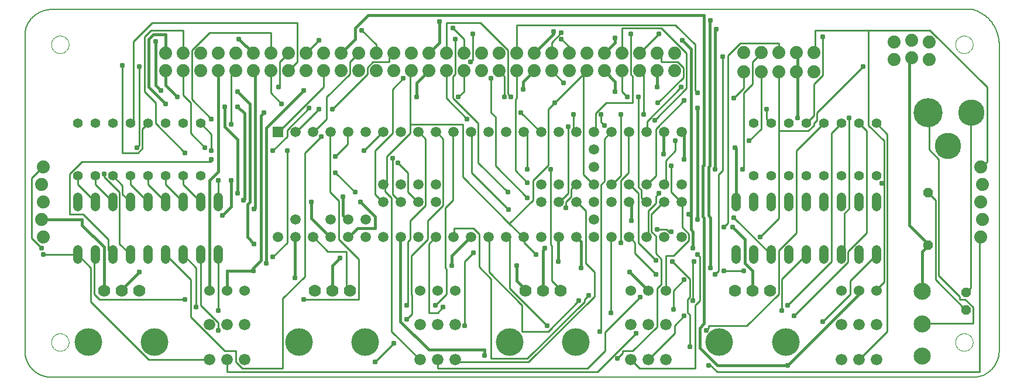
<source format=gbl>
G75*
%MOIN*%
%OFA0B0*%
%FSLAX25Y25*%
%IPPOS*%
%LPD*%
%AMOC8*
5,1,8,0,0,1.08239X$1,22.5*
%
%ADD10C,0.00000*%
%ADD11C,0.00600*%
%ADD12C,0.07400*%
%ADD13C,0.05200*%
%ADD14C,0.05600*%
%ADD15C,0.06600*%
%ADD16C,0.07000*%
%ADD17C,0.15748*%
%ADD18C,0.06000*%
%ADD19C,0.16598*%
%ADD20C,0.15024*%
%ADD21OC8,0.05200*%
%ADD22C,0.09744*%
%ADD23C,0.05937*%
%ADD24R,0.05937X0.05937*%
%ADD25C,0.01000*%
%ADD26C,0.03100*%
%ADD27C,0.01500*%
D10*
X0019000Y0021300D02*
X0019002Y0021441D01*
X0019008Y0021582D01*
X0019018Y0021722D01*
X0019032Y0021862D01*
X0019050Y0022002D01*
X0019071Y0022141D01*
X0019097Y0022280D01*
X0019126Y0022418D01*
X0019160Y0022554D01*
X0019197Y0022690D01*
X0019238Y0022825D01*
X0019283Y0022959D01*
X0019332Y0023091D01*
X0019384Y0023222D01*
X0019440Y0023351D01*
X0019500Y0023478D01*
X0019563Y0023604D01*
X0019629Y0023728D01*
X0019700Y0023851D01*
X0019773Y0023971D01*
X0019850Y0024089D01*
X0019930Y0024205D01*
X0020014Y0024318D01*
X0020100Y0024429D01*
X0020190Y0024538D01*
X0020283Y0024644D01*
X0020378Y0024747D01*
X0020477Y0024848D01*
X0020578Y0024946D01*
X0020682Y0025041D01*
X0020789Y0025133D01*
X0020898Y0025222D01*
X0021010Y0025307D01*
X0021124Y0025390D01*
X0021240Y0025470D01*
X0021359Y0025546D01*
X0021480Y0025618D01*
X0021602Y0025688D01*
X0021727Y0025753D01*
X0021853Y0025816D01*
X0021981Y0025874D01*
X0022111Y0025929D01*
X0022242Y0025981D01*
X0022375Y0026028D01*
X0022509Y0026072D01*
X0022644Y0026113D01*
X0022780Y0026149D01*
X0022917Y0026181D01*
X0023055Y0026210D01*
X0023193Y0026235D01*
X0023333Y0026255D01*
X0023473Y0026272D01*
X0023613Y0026285D01*
X0023754Y0026294D01*
X0023894Y0026299D01*
X0024035Y0026300D01*
X0024176Y0026297D01*
X0024317Y0026290D01*
X0024457Y0026279D01*
X0024597Y0026264D01*
X0024737Y0026245D01*
X0024876Y0026223D01*
X0025014Y0026196D01*
X0025152Y0026166D01*
X0025288Y0026131D01*
X0025424Y0026093D01*
X0025558Y0026051D01*
X0025692Y0026005D01*
X0025824Y0025956D01*
X0025954Y0025902D01*
X0026083Y0025845D01*
X0026210Y0025785D01*
X0026336Y0025721D01*
X0026459Y0025653D01*
X0026581Y0025582D01*
X0026701Y0025508D01*
X0026818Y0025430D01*
X0026933Y0025349D01*
X0027046Y0025265D01*
X0027157Y0025178D01*
X0027265Y0025087D01*
X0027370Y0024994D01*
X0027473Y0024897D01*
X0027573Y0024798D01*
X0027670Y0024696D01*
X0027764Y0024591D01*
X0027855Y0024484D01*
X0027943Y0024374D01*
X0028028Y0024262D01*
X0028110Y0024147D01*
X0028189Y0024030D01*
X0028264Y0023911D01*
X0028336Y0023790D01*
X0028404Y0023667D01*
X0028469Y0023542D01*
X0028531Y0023415D01*
X0028588Y0023286D01*
X0028643Y0023156D01*
X0028693Y0023025D01*
X0028740Y0022892D01*
X0028783Y0022758D01*
X0028822Y0022622D01*
X0028857Y0022486D01*
X0028889Y0022349D01*
X0028916Y0022211D01*
X0028940Y0022072D01*
X0028960Y0021932D01*
X0028976Y0021792D01*
X0028988Y0021652D01*
X0028996Y0021511D01*
X0029000Y0021370D01*
X0029000Y0021230D01*
X0028996Y0021089D01*
X0028988Y0020948D01*
X0028976Y0020808D01*
X0028960Y0020668D01*
X0028940Y0020528D01*
X0028916Y0020389D01*
X0028889Y0020251D01*
X0028857Y0020114D01*
X0028822Y0019978D01*
X0028783Y0019842D01*
X0028740Y0019708D01*
X0028693Y0019575D01*
X0028643Y0019444D01*
X0028588Y0019314D01*
X0028531Y0019185D01*
X0028469Y0019058D01*
X0028404Y0018933D01*
X0028336Y0018810D01*
X0028264Y0018689D01*
X0028189Y0018570D01*
X0028110Y0018453D01*
X0028028Y0018338D01*
X0027943Y0018226D01*
X0027855Y0018116D01*
X0027764Y0018009D01*
X0027670Y0017904D01*
X0027573Y0017802D01*
X0027473Y0017703D01*
X0027370Y0017606D01*
X0027265Y0017513D01*
X0027157Y0017422D01*
X0027046Y0017335D01*
X0026933Y0017251D01*
X0026818Y0017170D01*
X0026701Y0017092D01*
X0026581Y0017018D01*
X0026459Y0016947D01*
X0026336Y0016879D01*
X0026210Y0016815D01*
X0026083Y0016755D01*
X0025954Y0016698D01*
X0025824Y0016644D01*
X0025692Y0016595D01*
X0025558Y0016549D01*
X0025424Y0016507D01*
X0025288Y0016469D01*
X0025152Y0016434D01*
X0025014Y0016404D01*
X0024876Y0016377D01*
X0024737Y0016355D01*
X0024597Y0016336D01*
X0024457Y0016321D01*
X0024317Y0016310D01*
X0024176Y0016303D01*
X0024035Y0016300D01*
X0023894Y0016301D01*
X0023754Y0016306D01*
X0023613Y0016315D01*
X0023473Y0016328D01*
X0023333Y0016345D01*
X0023193Y0016365D01*
X0023055Y0016390D01*
X0022917Y0016419D01*
X0022780Y0016451D01*
X0022644Y0016487D01*
X0022509Y0016528D01*
X0022375Y0016572D01*
X0022242Y0016619D01*
X0022111Y0016671D01*
X0021981Y0016726D01*
X0021853Y0016784D01*
X0021727Y0016847D01*
X0021602Y0016912D01*
X0021480Y0016982D01*
X0021359Y0017054D01*
X0021240Y0017130D01*
X0021124Y0017210D01*
X0021010Y0017293D01*
X0020898Y0017378D01*
X0020789Y0017467D01*
X0020682Y0017559D01*
X0020578Y0017654D01*
X0020477Y0017752D01*
X0020378Y0017853D01*
X0020283Y0017956D01*
X0020190Y0018062D01*
X0020100Y0018171D01*
X0020014Y0018282D01*
X0019930Y0018395D01*
X0019850Y0018511D01*
X0019773Y0018629D01*
X0019700Y0018749D01*
X0019629Y0018872D01*
X0019563Y0018996D01*
X0019500Y0019122D01*
X0019440Y0019249D01*
X0019384Y0019378D01*
X0019332Y0019509D01*
X0019283Y0019641D01*
X0019238Y0019775D01*
X0019197Y0019910D01*
X0019160Y0020046D01*
X0019126Y0020182D01*
X0019097Y0020320D01*
X0019071Y0020459D01*
X0019050Y0020598D01*
X0019032Y0020738D01*
X0019018Y0020878D01*
X0019008Y0021018D01*
X0019002Y0021159D01*
X0019000Y0021300D01*
X0019000Y0191300D02*
X0019002Y0191441D01*
X0019008Y0191582D01*
X0019018Y0191722D01*
X0019032Y0191862D01*
X0019050Y0192002D01*
X0019071Y0192141D01*
X0019097Y0192280D01*
X0019126Y0192418D01*
X0019160Y0192554D01*
X0019197Y0192690D01*
X0019238Y0192825D01*
X0019283Y0192959D01*
X0019332Y0193091D01*
X0019384Y0193222D01*
X0019440Y0193351D01*
X0019500Y0193478D01*
X0019563Y0193604D01*
X0019629Y0193728D01*
X0019700Y0193851D01*
X0019773Y0193971D01*
X0019850Y0194089D01*
X0019930Y0194205D01*
X0020014Y0194318D01*
X0020100Y0194429D01*
X0020190Y0194538D01*
X0020283Y0194644D01*
X0020378Y0194747D01*
X0020477Y0194848D01*
X0020578Y0194946D01*
X0020682Y0195041D01*
X0020789Y0195133D01*
X0020898Y0195222D01*
X0021010Y0195307D01*
X0021124Y0195390D01*
X0021240Y0195470D01*
X0021359Y0195546D01*
X0021480Y0195618D01*
X0021602Y0195688D01*
X0021727Y0195753D01*
X0021853Y0195816D01*
X0021981Y0195874D01*
X0022111Y0195929D01*
X0022242Y0195981D01*
X0022375Y0196028D01*
X0022509Y0196072D01*
X0022644Y0196113D01*
X0022780Y0196149D01*
X0022917Y0196181D01*
X0023055Y0196210D01*
X0023193Y0196235D01*
X0023333Y0196255D01*
X0023473Y0196272D01*
X0023613Y0196285D01*
X0023754Y0196294D01*
X0023894Y0196299D01*
X0024035Y0196300D01*
X0024176Y0196297D01*
X0024317Y0196290D01*
X0024457Y0196279D01*
X0024597Y0196264D01*
X0024737Y0196245D01*
X0024876Y0196223D01*
X0025014Y0196196D01*
X0025152Y0196166D01*
X0025288Y0196131D01*
X0025424Y0196093D01*
X0025558Y0196051D01*
X0025692Y0196005D01*
X0025824Y0195956D01*
X0025954Y0195902D01*
X0026083Y0195845D01*
X0026210Y0195785D01*
X0026336Y0195721D01*
X0026459Y0195653D01*
X0026581Y0195582D01*
X0026701Y0195508D01*
X0026818Y0195430D01*
X0026933Y0195349D01*
X0027046Y0195265D01*
X0027157Y0195178D01*
X0027265Y0195087D01*
X0027370Y0194994D01*
X0027473Y0194897D01*
X0027573Y0194798D01*
X0027670Y0194696D01*
X0027764Y0194591D01*
X0027855Y0194484D01*
X0027943Y0194374D01*
X0028028Y0194262D01*
X0028110Y0194147D01*
X0028189Y0194030D01*
X0028264Y0193911D01*
X0028336Y0193790D01*
X0028404Y0193667D01*
X0028469Y0193542D01*
X0028531Y0193415D01*
X0028588Y0193286D01*
X0028643Y0193156D01*
X0028693Y0193025D01*
X0028740Y0192892D01*
X0028783Y0192758D01*
X0028822Y0192622D01*
X0028857Y0192486D01*
X0028889Y0192349D01*
X0028916Y0192211D01*
X0028940Y0192072D01*
X0028960Y0191932D01*
X0028976Y0191792D01*
X0028988Y0191652D01*
X0028996Y0191511D01*
X0029000Y0191370D01*
X0029000Y0191230D01*
X0028996Y0191089D01*
X0028988Y0190948D01*
X0028976Y0190808D01*
X0028960Y0190668D01*
X0028940Y0190528D01*
X0028916Y0190389D01*
X0028889Y0190251D01*
X0028857Y0190114D01*
X0028822Y0189978D01*
X0028783Y0189842D01*
X0028740Y0189708D01*
X0028693Y0189575D01*
X0028643Y0189444D01*
X0028588Y0189314D01*
X0028531Y0189185D01*
X0028469Y0189058D01*
X0028404Y0188933D01*
X0028336Y0188810D01*
X0028264Y0188689D01*
X0028189Y0188570D01*
X0028110Y0188453D01*
X0028028Y0188338D01*
X0027943Y0188226D01*
X0027855Y0188116D01*
X0027764Y0188009D01*
X0027670Y0187904D01*
X0027573Y0187802D01*
X0027473Y0187703D01*
X0027370Y0187606D01*
X0027265Y0187513D01*
X0027157Y0187422D01*
X0027046Y0187335D01*
X0026933Y0187251D01*
X0026818Y0187170D01*
X0026701Y0187092D01*
X0026581Y0187018D01*
X0026459Y0186947D01*
X0026336Y0186879D01*
X0026210Y0186815D01*
X0026083Y0186755D01*
X0025954Y0186698D01*
X0025824Y0186644D01*
X0025692Y0186595D01*
X0025558Y0186549D01*
X0025424Y0186507D01*
X0025288Y0186469D01*
X0025152Y0186434D01*
X0025014Y0186404D01*
X0024876Y0186377D01*
X0024737Y0186355D01*
X0024597Y0186336D01*
X0024457Y0186321D01*
X0024317Y0186310D01*
X0024176Y0186303D01*
X0024035Y0186300D01*
X0023894Y0186301D01*
X0023754Y0186306D01*
X0023613Y0186315D01*
X0023473Y0186328D01*
X0023333Y0186345D01*
X0023193Y0186365D01*
X0023055Y0186390D01*
X0022917Y0186419D01*
X0022780Y0186451D01*
X0022644Y0186487D01*
X0022509Y0186528D01*
X0022375Y0186572D01*
X0022242Y0186619D01*
X0022111Y0186671D01*
X0021981Y0186726D01*
X0021853Y0186784D01*
X0021727Y0186847D01*
X0021602Y0186912D01*
X0021480Y0186982D01*
X0021359Y0187054D01*
X0021240Y0187130D01*
X0021124Y0187210D01*
X0021010Y0187293D01*
X0020898Y0187378D01*
X0020789Y0187467D01*
X0020682Y0187559D01*
X0020578Y0187654D01*
X0020477Y0187752D01*
X0020378Y0187853D01*
X0020283Y0187956D01*
X0020190Y0188062D01*
X0020100Y0188171D01*
X0020014Y0188282D01*
X0019930Y0188395D01*
X0019850Y0188511D01*
X0019773Y0188629D01*
X0019700Y0188749D01*
X0019629Y0188872D01*
X0019563Y0188996D01*
X0019500Y0189122D01*
X0019440Y0189249D01*
X0019384Y0189378D01*
X0019332Y0189509D01*
X0019283Y0189641D01*
X0019238Y0189775D01*
X0019197Y0189910D01*
X0019160Y0190046D01*
X0019126Y0190182D01*
X0019097Y0190320D01*
X0019071Y0190459D01*
X0019050Y0190598D01*
X0019032Y0190738D01*
X0019018Y0190878D01*
X0019008Y0191018D01*
X0019002Y0191159D01*
X0019000Y0191300D01*
X0534000Y0191300D02*
X0534002Y0191441D01*
X0534008Y0191582D01*
X0534018Y0191722D01*
X0534032Y0191862D01*
X0534050Y0192002D01*
X0534071Y0192141D01*
X0534097Y0192280D01*
X0534126Y0192418D01*
X0534160Y0192554D01*
X0534197Y0192690D01*
X0534238Y0192825D01*
X0534283Y0192959D01*
X0534332Y0193091D01*
X0534384Y0193222D01*
X0534440Y0193351D01*
X0534500Y0193478D01*
X0534563Y0193604D01*
X0534629Y0193728D01*
X0534700Y0193851D01*
X0534773Y0193971D01*
X0534850Y0194089D01*
X0534930Y0194205D01*
X0535014Y0194318D01*
X0535100Y0194429D01*
X0535190Y0194538D01*
X0535283Y0194644D01*
X0535378Y0194747D01*
X0535477Y0194848D01*
X0535578Y0194946D01*
X0535682Y0195041D01*
X0535789Y0195133D01*
X0535898Y0195222D01*
X0536010Y0195307D01*
X0536124Y0195390D01*
X0536240Y0195470D01*
X0536359Y0195546D01*
X0536480Y0195618D01*
X0536602Y0195688D01*
X0536727Y0195753D01*
X0536853Y0195816D01*
X0536981Y0195874D01*
X0537111Y0195929D01*
X0537242Y0195981D01*
X0537375Y0196028D01*
X0537509Y0196072D01*
X0537644Y0196113D01*
X0537780Y0196149D01*
X0537917Y0196181D01*
X0538055Y0196210D01*
X0538193Y0196235D01*
X0538333Y0196255D01*
X0538473Y0196272D01*
X0538613Y0196285D01*
X0538754Y0196294D01*
X0538894Y0196299D01*
X0539035Y0196300D01*
X0539176Y0196297D01*
X0539317Y0196290D01*
X0539457Y0196279D01*
X0539597Y0196264D01*
X0539737Y0196245D01*
X0539876Y0196223D01*
X0540014Y0196196D01*
X0540152Y0196166D01*
X0540288Y0196131D01*
X0540424Y0196093D01*
X0540558Y0196051D01*
X0540692Y0196005D01*
X0540824Y0195956D01*
X0540954Y0195902D01*
X0541083Y0195845D01*
X0541210Y0195785D01*
X0541336Y0195721D01*
X0541459Y0195653D01*
X0541581Y0195582D01*
X0541701Y0195508D01*
X0541818Y0195430D01*
X0541933Y0195349D01*
X0542046Y0195265D01*
X0542157Y0195178D01*
X0542265Y0195087D01*
X0542370Y0194994D01*
X0542473Y0194897D01*
X0542573Y0194798D01*
X0542670Y0194696D01*
X0542764Y0194591D01*
X0542855Y0194484D01*
X0542943Y0194374D01*
X0543028Y0194262D01*
X0543110Y0194147D01*
X0543189Y0194030D01*
X0543264Y0193911D01*
X0543336Y0193790D01*
X0543404Y0193667D01*
X0543469Y0193542D01*
X0543531Y0193415D01*
X0543588Y0193286D01*
X0543643Y0193156D01*
X0543693Y0193025D01*
X0543740Y0192892D01*
X0543783Y0192758D01*
X0543822Y0192622D01*
X0543857Y0192486D01*
X0543889Y0192349D01*
X0543916Y0192211D01*
X0543940Y0192072D01*
X0543960Y0191932D01*
X0543976Y0191792D01*
X0543988Y0191652D01*
X0543996Y0191511D01*
X0544000Y0191370D01*
X0544000Y0191230D01*
X0543996Y0191089D01*
X0543988Y0190948D01*
X0543976Y0190808D01*
X0543960Y0190668D01*
X0543940Y0190528D01*
X0543916Y0190389D01*
X0543889Y0190251D01*
X0543857Y0190114D01*
X0543822Y0189978D01*
X0543783Y0189842D01*
X0543740Y0189708D01*
X0543693Y0189575D01*
X0543643Y0189444D01*
X0543588Y0189314D01*
X0543531Y0189185D01*
X0543469Y0189058D01*
X0543404Y0188933D01*
X0543336Y0188810D01*
X0543264Y0188689D01*
X0543189Y0188570D01*
X0543110Y0188453D01*
X0543028Y0188338D01*
X0542943Y0188226D01*
X0542855Y0188116D01*
X0542764Y0188009D01*
X0542670Y0187904D01*
X0542573Y0187802D01*
X0542473Y0187703D01*
X0542370Y0187606D01*
X0542265Y0187513D01*
X0542157Y0187422D01*
X0542046Y0187335D01*
X0541933Y0187251D01*
X0541818Y0187170D01*
X0541701Y0187092D01*
X0541581Y0187018D01*
X0541459Y0186947D01*
X0541336Y0186879D01*
X0541210Y0186815D01*
X0541083Y0186755D01*
X0540954Y0186698D01*
X0540824Y0186644D01*
X0540692Y0186595D01*
X0540558Y0186549D01*
X0540424Y0186507D01*
X0540288Y0186469D01*
X0540152Y0186434D01*
X0540014Y0186404D01*
X0539876Y0186377D01*
X0539737Y0186355D01*
X0539597Y0186336D01*
X0539457Y0186321D01*
X0539317Y0186310D01*
X0539176Y0186303D01*
X0539035Y0186300D01*
X0538894Y0186301D01*
X0538754Y0186306D01*
X0538613Y0186315D01*
X0538473Y0186328D01*
X0538333Y0186345D01*
X0538193Y0186365D01*
X0538055Y0186390D01*
X0537917Y0186419D01*
X0537780Y0186451D01*
X0537644Y0186487D01*
X0537509Y0186528D01*
X0537375Y0186572D01*
X0537242Y0186619D01*
X0537111Y0186671D01*
X0536981Y0186726D01*
X0536853Y0186784D01*
X0536727Y0186847D01*
X0536602Y0186912D01*
X0536480Y0186982D01*
X0536359Y0187054D01*
X0536240Y0187130D01*
X0536124Y0187210D01*
X0536010Y0187293D01*
X0535898Y0187378D01*
X0535789Y0187467D01*
X0535682Y0187559D01*
X0535578Y0187654D01*
X0535477Y0187752D01*
X0535378Y0187853D01*
X0535283Y0187956D01*
X0535190Y0188062D01*
X0535100Y0188171D01*
X0535014Y0188282D01*
X0534930Y0188395D01*
X0534850Y0188511D01*
X0534773Y0188629D01*
X0534700Y0188749D01*
X0534629Y0188872D01*
X0534563Y0188996D01*
X0534500Y0189122D01*
X0534440Y0189249D01*
X0534384Y0189378D01*
X0534332Y0189509D01*
X0534283Y0189641D01*
X0534238Y0189775D01*
X0534197Y0189910D01*
X0534160Y0190046D01*
X0534126Y0190182D01*
X0534097Y0190320D01*
X0534071Y0190459D01*
X0534050Y0190598D01*
X0534032Y0190738D01*
X0534018Y0190878D01*
X0534008Y0191018D01*
X0534002Y0191159D01*
X0534000Y0191300D01*
X0534000Y0021300D02*
X0534002Y0021441D01*
X0534008Y0021582D01*
X0534018Y0021722D01*
X0534032Y0021862D01*
X0534050Y0022002D01*
X0534071Y0022141D01*
X0534097Y0022280D01*
X0534126Y0022418D01*
X0534160Y0022554D01*
X0534197Y0022690D01*
X0534238Y0022825D01*
X0534283Y0022959D01*
X0534332Y0023091D01*
X0534384Y0023222D01*
X0534440Y0023351D01*
X0534500Y0023478D01*
X0534563Y0023604D01*
X0534629Y0023728D01*
X0534700Y0023851D01*
X0534773Y0023971D01*
X0534850Y0024089D01*
X0534930Y0024205D01*
X0535014Y0024318D01*
X0535100Y0024429D01*
X0535190Y0024538D01*
X0535283Y0024644D01*
X0535378Y0024747D01*
X0535477Y0024848D01*
X0535578Y0024946D01*
X0535682Y0025041D01*
X0535789Y0025133D01*
X0535898Y0025222D01*
X0536010Y0025307D01*
X0536124Y0025390D01*
X0536240Y0025470D01*
X0536359Y0025546D01*
X0536480Y0025618D01*
X0536602Y0025688D01*
X0536727Y0025753D01*
X0536853Y0025816D01*
X0536981Y0025874D01*
X0537111Y0025929D01*
X0537242Y0025981D01*
X0537375Y0026028D01*
X0537509Y0026072D01*
X0537644Y0026113D01*
X0537780Y0026149D01*
X0537917Y0026181D01*
X0538055Y0026210D01*
X0538193Y0026235D01*
X0538333Y0026255D01*
X0538473Y0026272D01*
X0538613Y0026285D01*
X0538754Y0026294D01*
X0538894Y0026299D01*
X0539035Y0026300D01*
X0539176Y0026297D01*
X0539317Y0026290D01*
X0539457Y0026279D01*
X0539597Y0026264D01*
X0539737Y0026245D01*
X0539876Y0026223D01*
X0540014Y0026196D01*
X0540152Y0026166D01*
X0540288Y0026131D01*
X0540424Y0026093D01*
X0540558Y0026051D01*
X0540692Y0026005D01*
X0540824Y0025956D01*
X0540954Y0025902D01*
X0541083Y0025845D01*
X0541210Y0025785D01*
X0541336Y0025721D01*
X0541459Y0025653D01*
X0541581Y0025582D01*
X0541701Y0025508D01*
X0541818Y0025430D01*
X0541933Y0025349D01*
X0542046Y0025265D01*
X0542157Y0025178D01*
X0542265Y0025087D01*
X0542370Y0024994D01*
X0542473Y0024897D01*
X0542573Y0024798D01*
X0542670Y0024696D01*
X0542764Y0024591D01*
X0542855Y0024484D01*
X0542943Y0024374D01*
X0543028Y0024262D01*
X0543110Y0024147D01*
X0543189Y0024030D01*
X0543264Y0023911D01*
X0543336Y0023790D01*
X0543404Y0023667D01*
X0543469Y0023542D01*
X0543531Y0023415D01*
X0543588Y0023286D01*
X0543643Y0023156D01*
X0543693Y0023025D01*
X0543740Y0022892D01*
X0543783Y0022758D01*
X0543822Y0022622D01*
X0543857Y0022486D01*
X0543889Y0022349D01*
X0543916Y0022211D01*
X0543940Y0022072D01*
X0543960Y0021932D01*
X0543976Y0021792D01*
X0543988Y0021652D01*
X0543996Y0021511D01*
X0544000Y0021370D01*
X0544000Y0021230D01*
X0543996Y0021089D01*
X0543988Y0020948D01*
X0543976Y0020808D01*
X0543960Y0020668D01*
X0543940Y0020528D01*
X0543916Y0020389D01*
X0543889Y0020251D01*
X0543857Y0020114D01*
X0543822Y0019978D01*
X0543783Y0019842D01*
X0543740Y0019708D01*
X0543693Y0019575D01*
X0543643Y0019444D01*
X0543588Y0019314D01*
X0543531Y0019185D01*
X0543469Y0019058D01*
X0543404Y0018933D01*
X0543336Y0018810D01*
X0543264Y0018689D01*
X0543189Y0018570D01*
X0543110Y0018453D01*
X0543028Y0018338D01*
X0542943Y0018226D01*
X0542855Y0018116D01*
X0542764Y0018009D01*
X0542670Y0017904D01*
X0542573Y0017802D01*
X0542473Y0017703D01*
X0542370Y0017606D01*
X0542265Y0017513D01*
X0542157Y0017422D01*
X0542046Y0017335D01*
X0541933Y0017251D01*
X0541818Y0017170D01*
X0541701Y0017092D01*
X0541581Y0017018D01*
X0541459Y0016947D01*
X0541336Y0016879D01*
X0541210Y0016815D01*
X0541083Y0016755D01*
X0540954Y0016698D01*
X0540824Y0016644D01*
X0540692Y0016595D01*
X0540558Y0016549D01*
X0540424Y0016507D01*
X0540288Y0016469D01*
X0540152Y0016434D01*
X0540014Y0016404D01*
X0539876Y0016377D01*
X0539737Y0016355D01*
X0539597Y0016336D01*
X0539457Y0016321D01*
X0539317Y0016310D01*
X0539176Y0016303D01*
X0539035Y0016300D01*
X0538894Y0016301D01*
X0538754Y0016306D01*
X0538613Y0016315D01*
X0538473Y0016328D01*
X0538333Y0016345D01*
X0538193Y0016365D01*
X0538055Y0016390D01*
X0537917Y0016419D01*
X0537780Y0016451D01*
X0537644Y0016487D01*
X0537509Y0016528D01*
X0537375Y0016572D01*
X0537242Y0016619D01*
X0537111Y0016671D01*
X0536981Y0016726D01*
X0536853Y0016784D01*
X0536727Y0016847D01*
X0536602Y0016912D01*
X0536480Y0016982D01*
X0536359Y0017054D01*
X0536240Y0017130D01*
X0536124Y0017210D01*
X0536010Y0017293D01*
X0535898Y0017378D01*
X0535789Y0017467D01*
X0535682Y0017559D01*
X0535578Y0017654D01*
X0535477Y0017752D01*
X0535378Y0017853D01*
X0535283Y0017956D01*
X0535190Y0018062D01*
X0535100Y0018171D01*
X0535014Y0018282D01*
X0534930Y0018395D01*
X0534850Y0018511D01*
X0534773Y0018629D01*
X0534700Y0018749D01*
X0534629Y0018872D01*
X0534563Y0018996D01*
X0534500Y0019122D01*
X0534440Y0019249D01*
X0534384Y0019378D01*
X0534332Y0019509D01*
X0534283Y0019641D01*
X0534238Y0019775D01*
X0534197Y0019910D01*
X0534160Y0020046D01*
X0534126Y0020182D01*
X0534097Y0020320D01*
X0534071Y0020459D01*
X0534050Y0020598D01*
X0534032Y0020738D01*
X0534018Y0020878D01*
X0534008Y0021018D01*
X0534002Y0021159D01*
X0534000Y0021300D01*
D11*
X0544000Y0001300D02*
X0019000Y0001300D01*
X0018638Y0001304D01*
X0018275Y0001318D01*
X0017913Y0001339D01*
X0017552Y0001370D01*
X0017192Y0001409D01*
X0016833Y0001457D01*
X0016475Y0001514D01*
X0016118Y0001579D01*
X0015763Y0001653D01*
X0015410Y0001736D01*
X0015059Y0001827D01*
X0014711Y0001926D01*
X0014365Y0002034D01*
X0014021Y0002150D01*
X0013681Y0002275D01*
X0013344Y0002407D01*
X0013010Y0002548D01*
X0012679Y0002697D01*
X0012352Y0002854D01*
X0012029Y0003018D01*
X0011710Y0003190D01*
X0011396Y0003370D01*
X0011085Y0003558D01*
X0010780Y0003753D01*
X0010479Y0003955D01*
X0010183Y0004165D01*
X0009893Y0004381D01*
X0009607Y0004605D01*
X0009327Y0004835D01*
X0009053Y0005072D01*
X0008785Y0005316D01*
X0008522Y0005566D01*
X0008266Y0005822D01*
X0008016Y0006085D01*
X0007772Y0006353D01*
X0007535Y0006627D01*
X0007305Y0006907D01*
X0007081Y0007193D01*
X0006865Y0007483D01*
X0006655Y0007779D01*
X0006453Y0008080D01*
X0006258Y0008385D01*
X0006070Y0008696D01*
X0005890Y0009010D01*
X0005718Y0009329D01*
X0005554Y0009652D01*
X0005397Y0009979D01*
X0005248Y0010310D01*
X0005107Y0010644D01*
X0004975Y0010981D01*
X0004850Y0011321D01*
X0004734Y0011665D01*
X0004626Y0012011D01*
X0004527Y0012359D01*
X0004436Y0012710D01*
X0004353Y0013063D01*
X0004279Y0013418D01*
X0004214Y0013775D01*
X0004157Y0014133D01*
X0004109Y0014492D01*
X0004070Y0014852D01*
X0004039Y0015213D01*
X0004018Y0015575D01*
X0004004Y0015938D01*
X0004000Y0016300D01*
X0004000Y0196300D01*
X0004004Y0196662D01*
X0004018Y0197025D01*
X0004039Y0197387D01*
X0004070Y0197748D01*
X0004109Y0198108D01*
X0004157Y0198467D01*
X0004214Y0198825D01*
X0004279Y0199182D01*
X0004353Y0199537D01*
X0004436Y0199890D01*
X0004527Y0200241D01*
X0004626Y0200589D01*
X0004734Y0200935D01*
X0004850Y0201279D01*
X0004975Y0201619D01*
X0005107Y0201956D01*
X0005248Y0202290D01*
X0005397Y0202621D01*
X0005554Y0202948D01*
X0005718Y0203271D01*
X0005890Y0203590D01*
X0006070Y0203904D01*
X0006258Y0204215D01*
X0006453Y0204520D01*
X0006655Y0204821D01*
X0006865Y0205117D01*
X0007081Y0205407D01*
X0007305Y0205693D01*
X0007535Y0205973D01*
X0007772Y0206247D01*
X0008016Y0206515D01*
X0008266Y0206778D01*
X0008522Y0207034D01*
X0008785Y0207284D01*
X0009053Y0207528D01*
X0009327Y0207765D01*
X0009607Y0207995D01*
X0009893Y0208219D01*
X0010183Y0208435D01*
X0010479Y0208645D01*
X0010780Y0208847D01*
X0011085Y0209042D01*
X0011396Y0209230D01*
X0011710Y0209410D01*
X0012029Y0209582D01*
X0012352Y0209746D01*
X0012679Y0209903D01*
X0013010Y0210052D01*
X0013344Y0210193D01*
X0013681Y0210325D01*
X0014021Y0210450D01*
X0014365Y0210566D01*
X0014711Y0210674D01*
X0015059Y0210773D01*
X0015410Y0210864D01*
X0015763Y0210947D01*
X0016118Y0211021D01*
X0016475Y0211086D01*
X0016833Y0211143D01*
X0017192Y0211191D01*
X0017552Y0211230D01*
X0017913Y0211261D01*
X0018275Y0211282D01*
X0018638Y0211296D01*
X0019000Y0211300D01*
X0544000Y0211300D01*
X0544484Y0211152D01*
X0544964Y0210993D01*
X0545440Y0210822D01*
X0545912Y0210640D01*
X0546380Y0210446D01*
X0546842Y0210241D01*
X0547299Y0210025D01*
X0547751Y0209797D01*
X0548198Y0209559D01*
X0548638Y0209310D01*
X0549072Y0209051D01*
X0549500Y0208781D01*
X0549921Y0208500D01*
X0550335Y0208210D01*
X0550742Y0207909D01*
X0551142Y0207599D01*
X0551534Y0207279D01*
X0551918Y0206950D01*
X0552294Y0206612D01*
X0552661Y0206264D01*
X0553021Y0205908D01*
X0553371Y0205543D01*
X0553712Y0205169D01*
X0554044Y0204788D01*
X0554367Y0204398D01*
X0554680Y0204001D01*
X0554984Y0203597D01*
X0555278Y0203185D01*
X0555561Y0202766D01*
X0555834Y0202340D01*
X0556097Y0201908D01*
X0556349Y0201469D01*
X0556591Y0201025D01*
X0556822Y0200574D01*
X0557041Y0200119D01*
X0557250Y0199658D01*
X0557447Y0199192D01*
X0557633Y0198722D01*
X0557808Y0198247D01*
X0557971Y0197768D01*
X0558122Y0197285D01*
X0558261Y0196799D01*
X0558389Y0196309D01*
X0558504Y0195817D01*
X0558608Y0195322D01*
X0558700Y0194824D01*
X0558779Y0194325D01*
X0558847Y0193823D01*
X0558902Y0193320D01*
X0558945Y0192816D01*
X0558975Y0192311D01*
X0558994Y0191806D01*
X0559000Y0191300D01*
X0559000Y0016300D01*
X0558996Y0015938D01*
X0558982Y0015575D01*
X0558961Y0015213D01*
X0558930Y0014852D01*
X0558891Y0014492D01*
X0558843Y0014133D01*
X0558786Y0013775D01*
X0558721Y0013418D01*
X0558647Y0013063D01*
X0558564Y0012710D01*
X0558473Y0012359D01*
X0558374Y0012011D01*
X0558266Y0011665D01*
X0558150Y0011321D01*
X0558025Y0010981D01*
X0557893Y0010644D01*
X0557752Y0010310D01*
X0557603Y0009979D01*
X0557446Y0009652D01*
X0557282Y0009329D01*
X0557110Y0009010D01*
X0556930Y0008696D01*
X0556742Y0008385D01*
X0556547Y0008080D01*
X0556345Y0007779D01*
X0556135Y0007483D01*
X0555919Y0007193D01*
X0555695Y0006907D01*
X0555465Y0006627D01*
X0555228Y0006353D01*
X0554984Y0006085D01*
X0554734Y0005822D01*
X0554478Y0005566D01*
X0554215Y0005316D01*
X0553947Y0005072D01*
X0553673Y0004835D01*
X0553393Y0004605D01*
X0553107Y0004381D01*
X0552817Y0004165D01*
X0552521Y0003955D01*
X0552220Y0003753D01*
X0551915Y0003558D01*
X0551604Y0003370D01*
X0551290Y0003190D01*
X0550971Y0003018D01*
X0550648Y0002854D01*
X0550321Y0002697D01*
X0549990Y0002548D01*
X0549656Y0002407D01*
X0549319Y0002275D01*
X0548979Y0002150D01*
X0548635Y0002034D01*
X0548289Y0001926D01*
X0547941Y0001827D01*
X0547590Y0001736D01*
X0547237Y0001653D01*
X0546882Y0001579D01*
X0546525Y0001514D01*
X0546167Y0001457D01*
X0545808Y0001409D01*
X0545448Y0001370D01*
X0545087Y0001339D01*
X0544725Y0001318D01*
X0544362Y0001304D01*
X0544000Y0001300D01*
D12*
X0548500Y0081300D03*
X0549500Y0091300D03*
X0548500Y0101300D03*
X0549500Y0111300D03*
X0548500Y0121300D03*
X0453500Y0175800D03*
X0443500Y0175800D03*
X0433500Y0175800D03*
X0423500Y0175800D03*
X0413500Y0175800D03*
X0413500Y0186800D03*
X0423500Y0186800D03*
X0433500Y0186800D03*
X0443500Y0186800D03*
X0453500Y0186800D03*
X0499000Y0182800D03*
X0509000Y0183800D03*
X0519000Y0182800D03*
X0519000Y0192800D03*
X0509000Y0193800D03*
X0499000Y0192800D03*
X0374000Y0186300D03*
X0364000Y0186300D03*
X0354000Y0186300D03*
X0344000Y0186300D03*
X0334000Y0186300D03*
X0324000Y0186300D03*
X0314000Y0186300D03*
X0304000Y0186300D03*
X0294000Y0186300D03*
X0284000Y0186300D03*
X0274000Y0186300D03*
X0264000Y0186300D03*
X0254000Y0186300D03*
X0244000Y0186300D03*
X0234000Y0186300D03*
X0224000Y0186300D03*
X0214000Y0186300D03*
X0204000Y0186300D03*
X0194000Y0186300D03*
X0184000Y0186300D03*
X0174000Y0186300D03*
X0164000Y0186300D03*
X0154000Y0186300D03*
X0144000Y0186300D03*
X0134000Y0186300D03*
X0124000Y0186300D03*
X0114000Y0186300D03*
X0104000Y0186300D03*
X0094000Y0186300D03*
X0084000Y0186300D03*
X0084000Y0176300D03*
X0094000Y0176300D03*
X0104000Y0176300D03*
X0114000Y0176300D03*
X0124000Y0176300D03*
X0134000Y0176300D03*
X0144000Y0176300D03*
X0154000Y0176300D03*
X0164000Y0176300D03*
X0174000Y0176300D03*
X0184000Y0176300D03*
X0194000Y0176300D03*
X0204000Y0176300D03*
X0214000Y0176300D03*
X0224000Y0176300D03*
X0234000Y0176300D03*
X0244000Y0176300D03*
X0254000Y0176300D03*
X0264000Y0176300D03*
X0274000Y0176300D03*
X0284000Y0176300D03*
X0294000Y0176300D03*
X0304000Y0176300D03*
X0314000Y0176300D03*
X0324000Y0176300D03*
X0334000Y0176300D03*
X0344000Y0176300D03*
X0354000Y0176300D03*
X0364000Y0176300D03*
X0374000Y0176300D03*
X0014500Y0121300D03*
X0013500Y0111300D03*
X0014500Y0101300D03*
X0013500Y0091300D03*
X0014500Y0081300D03*
D13*
X0034000Y0073900D02*
X0034000Y0068700D01*
X0044000Y0068700D02*
X0044000Y0073900D01*
X0054000Y0073900D02*
X0054000Y0068700D01*
X0064000Y0068700D02*
X0064000Y0073900D01*
X0074000Y0073900D02*
X0074000Y0068700D01*
X0084000Y0068700D02*
X0084000Y0073900D01*
X0094000Y0073900D02*
X0094000Y0068700D01*
X0104000Y0068700D02*
X0104000Y0073900D01*
X0114000Y0073900D02*
X0114000Y0068700D01*
X0114000Y0098700D02*
X0114000Y0103900D01*
X0104000Y0103900D02*
X0104000Y0098700D01*
X0094000Y0098700D02*
X0094000Y0103900D01*
X0084000Y0103900D02*
X0084000Y0098700D01*
X0074000Y0098700D02*
X0074000Y0103900D01*
X0064000Y0103900D02*
X0064000Y0098700D01*
X0054000Y0098700D02*
X0054000Y0103900D01*
X0044000Y0103900D02*
X0044000Y0098700D01*
X0034000Y0098700D02*
X0034000Y0103900D01*
X0409000Y0103900D02*
X0409000Y0098700D01*
X0419000Y0098700D02*
X0419000Y0103900D01*
X0429000Y0103900D02*
X0429000Y0098700D01*
X0439000Y0098700D02*
X0439000Y0103900D01*
X0449000Y0103900D02*
X0449000Y0098700D01*
X0459000Y0098700D02*
X0459000Y0103900D01*
X0469000Y0103900D02*
X0469000Y0098700D01*
X0479000Y0098700D02*
X0479000Y0103900D01*
X0489000Y0103900D02*
X0489000Y0098700D01*
X0489000Y0073900D02*
X0489000Y0068700D01*
X0479000Y0068700D02*
X0479000Y0073900D01*
X0469000Y0073900D02*
X0469000Y0068700D01*
X0459000Y0068700D02*
X0459000Y0073900D01*
X0449000Y0073900D02*
X0449000Y0068700D01*
X0439000Y0068700D02*
X0439000Y0073900D01*
X0429000Y0073900D02*
X0429000Y0068700D01*
X0419000Y0068700D02*
X0419000Y0073900D01*
X0409000Y0073900D02*
X0409000Y0068700D01*
D14*
X0419000Y0116300D03*
X0429000Y0116300D03*
X0439000Y0116300D03*
X0449000Y0116300D03*
X0459000Y0116300D03*
X0469000Y0116300D03*
X0479000Y0116300D03*
X0489000Y0116300D03*
X0489000Y0146300D03*
X0479000Y0146300D03*
X0469000Y0146300D03*
X0459000Y0146300D03*
X0449000Y0146300D03*
X0439000Y0146300D03*
X0429000Y0146300D03*
X0419000Y0146300D03*
X0104000Y0146300D03*
X0094000Y0146300D03*
X0084000Y0146300D03*
X0074000Y0146300D03*
X0064000Y0146300D03*
X0054000Y0146300D03*
X0044000Y0146300D03*
X0034000Y0146300D03*
X0034000Y0116300D03*
X0044000Y0116300D03*
X0054000Y0116300D03*
X0064000Y0116300D03*
X0074000Y0116300D03*
X0084000Y0116300D03*
X0094000Y0116300D03*
X0104000Y0116300D03*
D15*
X0109000Y0031300D03*
X0119000Y0031300D03*
X0129000Y0031300D03*
X0129000Y0011300D03*
X0119000Y0011300D03*
X0109000Y0011300D03*
X0229000Y0011300D03*
X0239000Y0011300D03*
X0249000Y0011300D03*
X0249000Y0031300D03*
X0239000Y0031300D03*
X0229000Y0031300D03*
X0349000Y0031300D03*
X0359000Y0031300D03*
X0369000Y0031300D03*
X0369000Y0011300D03*
X0359000Y0011300D03*
X0349000Y0011300D03*
X0469000Y0011300D03*
X0479000Y0011300D03*
X0489000Y0011300D03*
X0489000Y0031300D03*
X0479000Y0031300D03*
X0469000Y0031300D03*
D16*
X0428500Y0050828D03*
X0418500Y0050828D03*
X0408500Y0050828D03*
X0309000Y0050828D03*
X0299000Y0050828D03*
X0289000Y0050828D03*
X0189000Y0050828D03*
X0179000Y0050828D03*
X0169000Y0050828D03*
X0069000Y0050828D03*
X0059000Y0050828D03*
X0049000Y0050828D03*
D17*
X0040102Y0021300D03*
X0077898Y0021300D03*
X0160102Y0021300D03*
X0197898Y0021300D03*
X0280102Y0021300D03*
X0317898Y0021300D03*
X0399602Y0021300D03*
X0437398Y0021300D03*
D18*
X0469000Y0050800D03*
X0479000Y0050800D03*
X0489000Y0050800D03*
X0369000Y0050800D03*
X0359000Y0050800D03*
X0349000Y0050800D03*
X0249000Y0050800D03*
X0239000Y0050800D03*
X0229000Y0050800D03*
X0129000Y0050800D03*
X0119000Y0050800D03*
X0109000Y0050800D03*
D19*
X0518457Y0152300D03*
D20*
X0543063Y0152300D03*
X0529677Y0133402D03*
D21*
X0518500Y0106800D03*
X0518500Y0076800D03*
X0540000Y0049800D03*
X0540000Y0039800D03*
D22*
X0515000Y0031800D03*
X0515000Y0013296D03*
X0515000Y0050304D03*
D23*
X0378000Y0081300D03*
X0368000Y0081300D03*
X0358000Y0081300D03*
X0348000Y0081300D03*
X0338000Y0081300D03*
X0328000Y0081300D03*
X0318000Y0081300D03*
X0308000Y0081300D03*
X0298000Y0081300D03*
X0288000Y0081300D03*
X0278000Y0081300D03*
X0268000Y0081300D03*
X0258000Y0081300D03*
X0248000Y0081300D03*
X0238000Y0081300D03*
X0228000Y0081300D03*
X0218000Y0081300D03*
X0208000Y0081300D03*
X0198000Y0081300D03*
X0188000Y0081300D03*
X0178000Y0081300D03*
X0168000Y0081300D03*
X0158000Y0081300D03*
X0148000Y0081300D03*
X0158000Y0091300D03*
X0178000Y0091300D03*
X0188000Y0091300D03*
X0198000Y0091300D03*
X0208000Y0101300D03*
X0218000Y0101300D03*
X0228000Y0101300D03*
X0238000Y0101300D03*
X0238000Y0111300D03*
X0228000Y0111300D03*
X0218000Y0111300D03*
X0208000Y0111300D03*
X0208000Y0141300D03*
X0218000Y0141300D03*
X0228000Y0141300D03*
X0238000Y0141300D03*
X0248000Y0141300D03*
X0258000Y0141300D03*
X0268000Y0141300D03*
X0278000Y0141300D03*
X0288000Y0141300D03*
X0298000Y0141300D03*
X0308000Y0141300D03*
X0318000Y0141300D03*
X0328000Y0141300D03*
X0338000Y0141300D03*
X0348000Y0141300D03*
X0358000Y0141300D03*
X0368000Y0141300D03*
X0378000Y0141300D03*
X0328000Y0131300D03*
X0328000Y0121300D03*
X0328000Y0111300D03*
X0318000Y0111300D03*
X0308000Y0111300D03*
X0298000Y0111300D03*
X0298000Y0101300D03*
X0308000Y0101300D03*
X0318000Y0101300D03*
X0328000Y0101300D03*
X0338000Y0101300D03*
X0348000Y0101300D03*
X0358000Y0101300D03*
X0368000Y0101300D03*
X0378000Y0101300D03*
X0378000Y0111300D03*
X0368000Y0111300D03*
X0358000Y0111300D03*
X0348000Y0111300D03*
X0338000Y0111300D03*
X0328000Y0091300D03*
X0198000Y0141300D03*
X0188000Y0141300D03*
X0178000Y0141300D03*
X0168000Y0141300D03*
X0158000Y0141300D03*
D24*
X0148000Y0141300D03*
D25*
X0148375Y0141300D01*
X0174000Y0166925D01*
X0174000Y0176300D01*
X0189000Y0174425D02*
X0189000Y0181300D01*
X0194000Y0186300D01*
X0202125Y0181300D02*
X0211500Y0181300D01*
X0211500Y0183800D01*
X0214000Y0186300D01*
X0204000Y0186300D02*
X0204000Y0191300D01*
X0195875Y0199425D01*
X0171500Y0193800D02*
X0164000Y0186300D01*
X0159000Y0181300D02*
X0154000Y0176300D01*
X0144000Y0176300D02*
X0144000Y0163800D01*
X0150250Y0157550D01*
X0153375Y0142550D02*
X0165875Y0155050D01*
X0171500Y0154425D02*
X0158375Y0141300D01*
X0158000Y0141300D01*
X0153375Y0142550D02*
X0153375Y0138800D01*
X0145250Y0130675D01*
X0153375Y0130675D02*
X0153375Y0078175D01*
X0145250Y0070050D01*
X0163375Y0058800D02*
X0163375Y0129425D01*
X0172750Y0138800D01*
X0168375Y0141300D02*
X0168000Y0141300D01*
X0168375Y0141300D02*
X0175875Y0148800D01*
X0175875Y0161300D01*
X0189000Y0174425D01*
X0199000Y0174425D02*
X0199000Y0178175D01*
X0202125Y0181300D01*
X0199000Y0174425D02*
X0179000Y0154425D01*
X0213375Y0165675D02*
X0219625Y0171925D01*
X0223375Y0175675D02*
X0224000Y0176300D01*
X0223375Y0175675D02*
X0223375Y0145675D01*
X0253375Y0145675D01*
X0253375Y0115675D01*
X0279938Y0089112D01*
X0293375Y0102550D01*
X0293375Y0113800D01*
X0302125Y0122550D01*
X0302125Y0154425D01*
X0305875Y0158175D01*
X0324000Y0176300D01*
X0322125Y0173800D01*
X0322125Y0116925D01*
X0327750Y0111300D01*
X0328000Y0111300D01*
X0332125Y0111300D02*
X0334000Y0113175D01*
X0334000Y0137550D01*
X0337750Y0141300D01*
X0338000Y0141300D01*
X0329000Y0141925D02*
X0329000Y0151925D01*
X0335250Y0158175D01*
X0350250Y0158175D01*
X0350250Y0173175D01*
X0349000Y0174425D01*
X0349000Y0197550D01*
X0344000Y0200675D02*
X0344000Y0186300D01*
X0354000Y0186300D02*
X0365250Y0197550D01*
X0366500Y0200675D02*
X0344000Y0200675D01*
X0366500Y0200675D02*
X0380875Y0186300D01*
X0380875Y0166300D01*
X0362750Y0148175D01*
X0358375Y0147550D02*
X0358375Y0141300D01*
X0358000Y0141300D01*
X0363375Y0143175D02*
X0379625Y0159425D01*
X0379000Y0172550D02*
X0364625Y0158175D01*
X0353375Y0161300D02*
X0353375Y0110050D01*
X0355250Y0108175D01*
X0355250Y0103800D01*
X0357750Y0101300D01*
X0358000Y0101300D01*
X0359000Y0096300D02*
X0363375Y0100675D01*
X0363375Y0104425D01*
X0365250Y0106300D01*
X0372125Y0106925D02*
X0372125Y0121925D01*
X0369000Y0125050D02*
X0374625Y0130675D01*
X0374625Y0136300D01*
X0363375Y0143175D02*
X0363375Y0116300D01*
X0358375Y0111300D01*
X0358000Y0111300D01*
X0368000Y0111300D02*
X0368375Y0111300D01*
X0369000Y0111925D01*
X0369000Y0125050D01*
X0347750Y0118175D02*
X0347750Y0141300D01*
X0348000Y0141300D01*
X0358375Y0147550D02*
X0377750Y0166925D01*
X0385875Y0165050D02*
X0385875Y0191300D01*
X0374625Y0202550D01*
X0284000Y0202550D01*
X0284000Y0186300D01*
X0279000Y0188175D02*
X0263375Y0203800D01*
X0244000Y0203800D01*
X0244000Y0186300D01*
X0254000Y0186300D02*
X0254000Y0194425D01*
X0247750Y0200675D01*
X0259000Y0197550D02*
X0259000Y0182550D01*
X0257750Y0181300D01*
X0254000Y0176300D02*
X0254000Y0164425D01*
X0250875Y0161300D01*
X0247750Y0160675D02*
X0247750Y0173175D01*
X0249000Y0174425D01*
X0249000Y0194425D01*
X0279000Y0188175D02*
X0279000Y0163175D01*
X0280875Y0161300D01*
X0283375Y0160050D02*
X0284000Y0160675D01*
X0284000Y0176300D01*
X0277125Y0173175D02*
X0277125Y0161300D01*
X0283375Y0160050D02*
X0283375Y0119425D01*
X0290250Y0112550D01*
X0279000Y0106925D02*
X0262125Y0123800D01*
X0262125Y0146300D01*
X0247750Y0160675D01*
X0244000Y0160675D02*
X0244000Y0176300D01*
X0269625Y0171925D02*
X0269625Y0152550D01*
X0272125Y0150050D01*
X0272125Y0121925D01*
X0290250Y0103800D01*
X0279625Y0096925D02*
X0258375Y0118175D01*
X0258375Y0141300D01*
X0258000Y0141300D01*
X0248000Y0141300D02*
X0247750Y0141300D01*
X0247750Y0102550D01*
X0243375Y0098175D01*
X0243375Y0063800D01*
X0244000Y0063175D01*
X0244000Y0048800D01*
X0237750Y0042550D01*
X0239000Y0038175D02*
X0242125Y0041300D01*
X0239000Y0038175D02*
X0234000Y0038175D01*
X0234000Y0077550D01*
X0237750Y0081300D01*
X0238000Y0081300D01*
X0233375Y0080050D02*
X0233375Y0090675D01*
X0242125Y0099425D01*
X0242125Y0137550D01*
X0238375Y0141300D01*
X0238000Y0141300D01*
X0232125Y0137550D02*
X0228375Y0141300D01*
X0228000Y0141300D01*
X0223375Y0140675D02*
X0223375Y0145675D01*
X0223375Y0140675D02*
X0210250Y0127550D01*
X0210250Y0113175D01*
X0208375Y0111300D01*
X0208000Y0111300D01*
X0209000Y0111300D01*
X0209000Y0107550D01*
X0212750Y0103800D01*
X0212750Y0027550D01*
X0229000Y0011300D01*
X0239000Y0011300D02*
X0239000Y0006300D01*
X0324625Y0006300D01*
X0334625Y0016300D01*
X0334625Y0026925D01*
X0354625Y0046925D01*
X0364000Y0051925D02*
X0364000Y0030050D01*
X0350250Y0016300D01*
X0344625Y0016300D01*
X0344625Y0015050D01*
X0341500Y0011925D01*
X0349000Y0011300D02*
X0354000Y0006300D01*
X0385875Y0006300D01*
X0385875Y0042550D01*
X0388375Y0045050D01*
X0388375Y0070050D01*
X0387125Y0071300D01*
X0385250Y0067550D02*
X0384625Y0066925D01*
X0384625Y0045050D01*
X0382750Y0046925D02*
X0381500Y0045675D01*
X0381500Y0038175D01*
X0382750Y0036925D01*
X0382750Y0018800D01*
X0374000Y0026300D02*
X0359000Y0011300D01*
X0352125Y0026300D02*
X0330250Y0004425D01*
X0119000Y0004425D01*
X0119000Y0011300D01*
X0124000Y0010050D02*
X0127750Y0006300D01*
X0150875Y0006300D01*
X0150875Y0046300D01*
X0163375Y0058800D01*
X0187125Y0053175D02*
X0189000Y0051300D01*
X0189000Y0050828D01*
X0187125Y0053175D02*
X0187125Y0073175D01*
X0176500Y0073175D01*
X0168375Y0081300D01*
X0168000Y0081300D01*
X0182750Y0080050D02*
X0182750Y0101925D01*
X0177750Y0106925D01*
X0177750Y0141300D01*
X0178000Y0141300D01*
X0187750Y0141300D02*
X0188000Y0141300D01*
X0187750Y0141300D02*
X0187750Y0134425D01*
X0180875Y0127550D01*
X0197125Y0130675D02*
X0207750Y0141300D01*
X0208000Y0141300D01*
X0213375Y0140675D02*
X0213375Y0165675D01*
X0244000Y0160675D02*
X0255875Y0148800D01*
X0232125Y0137550D02*
X0232125Y0099425D01*
X0223375Y0090675D01*
X0223375Y0080050D01*
X0222125Y0078800D01*
X0222125Y0043175D01*
X0221500Y0042550D01*
X0224625Y0037550D02*
X0224625Y0048175D01*
X0224000Y0048800D01*
X0224000Y0070675D01*
X0233375Y0080050D01*
X0248000Y0081300D02*
X0248375Y0081300D01*
X0248375Y0086300D01*
X0259625Y0086300D01*
X0262750Y0083175D01*
X0262750Y0064425D01*
X0269625Y0057550D01*
X0269625Y0011925D01*
X0290250Y0011925D01*
X0322750Y0044425D01*
X0322750Y0045675D01*
X0325250Y0048175D01*
X0328375Y0047550D02*
X0290875Y0010050D01*
X0249000Y0010050D01*
X0249000Y0011300D01*
X0214000Y0020675D02*
X0203375Y0010050D01*
X0254625Y0030675D02*
X0254625Y0067550D01*
X0259625Y0072550D01*
X0268000Y0081300D02*
X0268375Y0081300D01*
X0268375Y0061300D01*
X0287125Y0042550D01*
X0287125Y0027550D01*
X0302125Y0027550D01*
X0319625Y0045050D01*
X0328375Y0047550D02*
X0328375Y0061300D01*
X0323375Y0066300D01*
X0323375Y0096300D01*
X0318375Y0101300D01*
X0318000Y0101300D01*
X0315250Y0104425D02*
X0312125Y0101300D01*
X0312125Y0098175D01*
X0308375Y0101300D02*
X0308000Y0101300D01*
X0308375Y0101300D02*
X0313375Y0106300D01*
X0313375Y0144425D01*
X0316500Y0142550D02*
X0316500Y0151300D01*
X0332125Y0151300D02*
X0332125Y0146925D01*
X0334000Y0145050D01*
X0329000Y0141925D02*
X0328375Y0141300D01*
X0328000Y0141300D01*
X0318000Y0141300D02*
X0317750Y0141300D01*
X0316500Y0142550D01*
X0298000Y0141300D02*
X0297750Y0141300D01*
X0286500Y0152550D01*
X0288000Y0141300D02*
X0288375Y0141300D01*
X0290250Y0139425D01*
X0290250Y0120050D01*
X0303375Y0120050D02*
X0303375Y0076925D01*
X0304000Y0076300D01*
X0304000Y0056300D01*
X0309000Y0051300D01*
X0309000Y0050828D01*
X0301500Y0030675D02*
X0280250Y0051925D01*
X0280250Y0079425D01*
X0278375Y0081300D01*
X0278000Y0081300D01*
X0279938Y0089112D02*
X0287750Y0081300D01*
X0288000Y0081300D01*
X0288375Y0081300D01*
X0288375Y0078175D01*
X0295250Y0071300D01*
X0337750Y0081300D02*
X0338000Y0081300D01*
X0337750Y0081300D02*
X0337750Y0038175D01*
X0332125Y0028175D02*
X0331500Y0027550D01*
X0332125Y0028175D02*
X0332125Y0111300D01*
X0338000Y0111300D02*
X0338375Y0111300D01*
X0343375Y0116300D01*
X0343375Y0151300D01*
X0356500Y0151300D02*
X0356500Y0173800D01*
X0354000Y0176300D01*
X0344000Y0176300D02*
X0344000Y0164425D01*
X0347125Y0161300D01*
X0379000Y0172550D02*
X0379000Y0178175D01*
X0375875Y0181300D01*
X0366500Y0181300D01*
X0366500Y0183800D01*
X0364000Y0186300D01*
X0401500Y0184425D02*
X0401500Y0119425D01*
X0399000Y0116925D01*
X0399000Y0061925D01*
X0397125Y0060050D01*
X0402125Y0061925D02*
X0413375Y0061925D01*
X0429000Y0071300D02*
X0407750Y0092550D01*
X0404625Y0089425D02*
X0404625Y0185050D01*
X0411500Y0191925D01*
X0433375Y0191925D01*
X0433375Y0186925D01*
X0433500Y0186800D01*
X0423500Y0186800D02*
X0423375Y0186300D01*
X0418375Y0181300D01*
X0418375Y0168800D01*
X0413375Y0163800D01*
X0413375Y0120675D01*
X0412750Y0120050D01*
X0443375Y0130675D02*
X0443375Y0083800D01*
X0433375Y0073800D01*
X0433375Y0048800D01*
X0415250Y0030675D01*
X0393375Y0030675D01*
X0393375Y0029425D01*
X0392125Y0028175D01*
X0379625Y0036300D02*
X0374000Y0030675D01*
X0374000Y0026300D01*
X0373375Y0040050D02*
X0373375Y0050675D01*
X0379625Y0056925D01*
X0382750Y0057550D02*
X0382750Y0046925D01*
X0369000Y0050800D02*
X0369000Y0070675D01*
X0373375Y0070675D01*
X0382125Y0079425D01*
X0382125Y0083175D01*
X0378375Y0086925D01*
X0378375Y0101300D01*
X0378000Y0101300D01*
X0377750Y0101300D01*
X0372125Y0106925D01*
X0368000Y0101300D02*
X0367750Y0101300D01*
X0360875Y0094425D01*
X0360875Y0084425D01*
X0363375Y0081925D01*
X0363375Y0071925D01*
X0366500Y0068800D01*
X0366500Y0054425D01*
X0364000Y0051925D01*
X0372750Y0067550D02*
X0382750Y0057550D01*
X0363375Y0060050D02*
X0351500Y0071925D01*
X0351500Y0078175D01*
X0348375Y0081300D01*
X0348000Y0081300D01*
X0343375Y0078175D02*
X0343375Y0113800D01*
X0347750Y0118175D01*
X0348000Y0111300D02*
X0348375Y0111300D01*
X0353375Y0106300D01*
X0353375Y0078175D01*
X0363375Y0068175D01*
X0358375Y0081300D02*
X0358000Y0081300D01*
X0358375Y0081300D02*
X0359000Y0081925D01*
X0359000Y0096300D01*
X0364000Y0085675D02*
X0369625Y0085675D01*
X0370875Y0084425D01*
X0372125Y0084425D01*
X0402125Y0086925D02*
X0404625Y0089425D01*
X0422750Y0081300D02*
X0433375Y0091925D01*
X0433375Y0141925D01*
X0450250Y0141925D01*
X0453375Y0145050D01*
X0453375Y0146300D01*
X0455250Y0148175D01*
X0455250Y0152550D01*
X0481500Y0178800D01*
X0458375Y0173800D02*
X0458375Y0195675D01*
X0454000Y0199425D02*
X0454000Y0186925D01*
X0453500Y0186800D01*
X0433500Y0175800D02*
X0433375Y0175675D01*
X0433375Y0141925D01*
X0429000Y0146300D02*
X0426500Y0148800D01*
X0426500Y0154425D01*
X0413375Y0166300D02*
X0407750Y0160675D01*
X0413375Y0166300D02*
X0413375Y0175675D01*
X0413500Y0175800D01*
X0423375Y0175675D02*
X0423500Y0175800D01*
X0423375Y0175675D02*
X0423375Y0143175D01*
X0416500Y0136300D01*
X0443375Y0130675D02*
X0459000Y0146300D01*
X0453375Y0150675D02*
X0453375Y0168800D01*
X0458375Y0173800D01*
X0518457Y0152300D02*
X0519000Y0151925D01*
X0519000Y0131300D01*
X0524625Y0125675D01*
X0524625Y0059425D01*
X0536500Y0047550D01*
X0536500Y0045675D01*
X0539625Y0045675D01*
X0544000Y0041300D01*
X0544000Y0031925D01*
X0515250Y0031925D01*
X0515000Y0031800D01*
X0495250Y0027550D02*
X0479000Y0011300D01*
X0495250Y0027550D02*
X0495250Y0140050D01*
X0489000Y0146300D01*
X0484625Y0145050D02*
X0484625Y0199425D01*
X0519625Y0199425D01*
X0552125Y0166925D01*
X0552125Y0124425D01*
X0549000Y0121300D01*
X0548500Y0121300D01*
X0522750Y0102550D02*
X0518500Y0106800D01*
X0522750Y0102550D02*
X0522750Y0056925D01*
X0539625Y0040050D01*
X0540000Y0039800D01*
X0540000Y0049800D02*
X0542750Y0052550D01*
X0542750Y0151925D01*
X0543063Y0152300D01*
X0493375Y0136300D02*
X0484625Y0145050D01*
X0483375Y0141925D02*
X0479000Y0146300D01*
X0483375Y0141925D02*
X0483375Y0083800D01*
X0472750Y0073175D01*
X0472750Y0066925D01*
X0442125Y0036300D01*
X0435250Y0039425D02*
X0435250Y0057550D01*
X0449000Y0071300D01*
X0463375Y0067550D02*
X0438375Y0042550D01*
X0458375Y0033175D02*
X0474000Y0048800D01*
X0474000Y0056300D01*
X0489000Y0071300D01*
X0470875Y0073175D02*
X0469000Y0071300D01*
X0470875Y0073175D02*
X0470875Y0095050D01*
X0473375Y0097550D01*
X0473375Y0149425D01*
X0469000Y0146300D02*
X0463375Y0140675D01*
X0463375Y0067550D01*
X0489000Y0051300D02*
X0493375Y0055675D01*
X0493375Y0111925D01*
X0492125Y0111925D01*
X0493375Y0111925D02*
X0493375Y0136300D01*
X0453375Y0150675D02*
X0449000Y0146300D01*
X0387125Y0163800D02*
X0385875Y0165050D01*
X0314000Y0186300D02*
X0314000Y0190050D01*
X0309625Y0194425D01*
X0309625Y0198175D02*
X0304000Y0192550D01*
X0304000Y0186300D01*
X0304000Y0176300D02*
X0310875Y0169425D01*
X0277125Y0173175D02*
X0274000Y0176300D01*
X0213375Y0140675D02*
X0203375Y0130675D01*
X0203375Y0105675D01*
X0207750Y0101300D01*
X0208000Y0101300D01*
X0213375Y0105675D02*
X0217750Y0101300D01*
X0218000Y0101300D01*
X0213375Y0105675D02*
X0213375Y0126300D01*
X0216500Y0123800D02*
X0222125Y0118175D01*
X0222125Y0106925D01*
X0227750Y0101300D01*
X0228000Y0101300D01*
X0192125Y0106925D02*
X0180875Y0118175D01*
X0114000Y0113800D02*
X0114000Y0101300D01*
X0104000Y0101300D02*
X0094000Y0111300D01*
X0094000Y0116300D01*
X0084000Y0116300D02*
X0084000Y0111300D01*
X0094000Y0101300D01*
X0084000Y0101300D02*
X0074000Y0111300D01*
X0074000Y0116300D01*
X0064000Y0116300D02*
X0064000Y0111300D01*
X0074000Y0101300D01*
X0064000Y0101300D02*
X0059625Y0105675D01*
X0059625Y0110675D01*
X0054000Y0116300D01*
X0049000Y0115675D02*
X0049000Y0117550D01*
X0049000Y0115675D02*
X0057750Y0106925D01*
X0057750Y0077550D01*
X0064000Y0071300D01*
X0054000Y0071300D02*
X0051500Y0073800D01*
X0051500Y0080050D01*
X0037125Y0094425D01*
X0029625Y0094425D01*
X0029625Y0117550D01*
X0036500Y0124425D01*
X0110250Y0124425D01*
X0110250Y0125675D01*
X0110250Y0130675D02*
X0110250Y0140050D01*
X0104000Y0146300D01*
X0110250Y0148800D02*
X0099000Y0160050D01*
X0099000Y0188175D01*
X0109000Y0198175D01*
X0144000Y0198175D01*
X0144000Y0186300D01*
X0149000Y0181300D02*
X0154000Y0186300D01*
X0149000Y0181300D02*
X0149000Y0167550D01*
X0148375Y0166925D01*
X0124000Y0176300D02*
X0121500Y0173800D01*
X0121500Y0145675D01*
X0106500Y0132550D02*
X0098375Y0140675D01*
X0098375Y0158175D01*
X0094000Y0162550D01*
X0094000Y0176300D01*
X0094000Y0186300D02*
X0094000Y0199425D01*
X0075875Y0199425D01*
X0072125Y0195675D01*
X0072125Y0164425D01*
X0078375Y0158175D01*
X0078375Y0146300D01*
X0095250Y0129425D01*
X0070875Y0131925D02*
X0068375Y0129425D01*
X0059625Y0129425D01*
X0059625Y0179425D01*
X0069000Y0178800D02*
X0069000Y0133800D01*
X0067750Y0132550D01*
X0070875Y0131925D02*
X0070875Y0143175D01*
X0074000Y0146300D01*
X0065875Y0148175D02*
X0065875Y0193175D01*
X0076500Y0203800D01*
X0159000Y0203800D01*
X0159000Y0181300D01*
X0065875Y0148175D02*
X0064000Y0146300D01*
X0014500Y0121300D02*
X0014000Y0121300D01*
X0007750Y0115050D01*
X0007750Y0080675D01*
X0013375Y0075050D01*
X0014625Y0071300D02*
X0034000Y0071300D01*
X0041500Y0063800D01*
X0041500Y0044425D01*
X0074625Y0011300D01*
X0109000Y0011300D01*
X0117750Y0016300D02*
X0124000Y0016300D01*
X0124000Y0010050D01*
X0117750Y0016300D02*
X0098375Y0035675D01*
X0098375Y0056925D01*
X0084000Y0071300D01*
X0094000Y0071300D02*
X0101500Y0063800D01*
X0101500Y0041300D01*
X0104000Y0042550D02*
X0114000Y0032550D01*
X0114000Y0028175D01*
X0114000Y0039425D02*
X0114000Y0071300D01*
X0104000Y0071300D02*
X0104000Y0042550D01*
X0095250Y0045675D02*
X0046500Y0045675D01*
X0043375Y0048800D01*
X0043375Y0070675D01*
X0044000Y0071300D01*
X0044000Y0101300D02*
X0034000Y0111300D01*
X0034000Y0116300D01*
X0044000Y0116300D02*
X0044000Y0111300D01*
X0054000Y0101300D01*
X0182750Y0080050D02*
X0194000Y0068800D01*
X0194000Y0045675D01*
X0162750Y0045675D01*
X0221500Y0034425D02*
X0224625Y0037550D01*
X0393375Y0008175D02*
X0394625Y0008175D01*
X0398375Y0004425D01*
X0547750Y0004425D01*
X0547750Y0080675D01*
X0548375Y0081300D01*
X0548500Y0081300D01*
X0489000Y0051300D02*
X0489000Y0050800D01*
X0318000Y0111300D02*
X0317750Y0111300D01*
X0315250Y0108800D01*
X0315250Y0104425D01*
X0454000Y0199425D02*
X0484625Y0199425D01*
D26*
X0458375Y0195675D03*
X0481500Y0178800D03*
X0426500Y0154425D03*
X0444000Y0149425D03*
X0473375Y0149425D03*
X0416500Y0136300D03*
X0408375Y0132550D03*
X0379625Y0125675D03*
X0372125Y0121925D03*
X0367750Y0128800D03*
X0374625Y0136300D03*
X0362750Y0148175D03*
X0356500Y0151300D03*
X0343375Y0151300D03*
X0332125Y0151300D03*
X0334000Y0145050D03*
X0316500Y0151300D03*
X0305875Y0158175D03*
X0287750Y0165675D03*
X0280875Y0161300D03*
X0277125Y0161300D03*
X0286500Y0152550D03*
X0313375Y0144425D03*
X0347125Y0161300D03*
X0353375Y0161300D03*
X0364625Y0158175D03*
X0379625Y0159425D03*
X0387125Y0155050D03*
X0407750Y0160675D03*
X0387125Y0163800D03*
X0377750Y0166925D03*
X0364000Y0166925D03*
X0340250Y0164425D03*
X0310875Y0169425D03*
X0269625Y0171925D03*
X0257750Y0181300D03*
X0249000Y0194425D03*
X0259000Y0197550D03*
X0247750Y0200675D03*
X0240250Y0204425D03*
X0195875Y0199425D03*
X0171500Y0193800D03*
X0125875Y0194425D03*
X0078375Y0193175D03*
X0069000Y0178800D03*
X0059625Y0179425D03*
X0081500Y0165050D03*
X0090875Y0161300D03*
X0084000Y0157550D03*
X0110250Y0148800D03*
X0121500Y0145675D03*
X0140250Y0152550D03*
X0150250Y0157550D03*
X0165875Y0155050D03*
X0171500Y0154425D03*
X0179000Y0154425D03*
X0162750Y0165050D03*
X0148375Y0166925D03*
X0125250Y0164425D03*
X0125250Y0155675D03*
X0117750Y0155675D03*
X0172750Y0138800D03*
X0153375Y0130675D03*
X0145250Y0130675D03*
X0110250Y0130675D03*
X0106500Y0132550D03*
X0095250Y0129425D03*
X0110250Y0125675D03*
X0114000Y0113800D03*
X0121500Y0113800D03*
X0125250Y0106300D03*
X0128375Y0102550D03*
X0134625Y0097550D03*
X0116500Y0093800D03*
X0134625Y0077550D03*
X0145250Y0070050D03*
X0141500Y0066300D03*
X0134000Y0061925D03*
X0157750Y0058175D03*
X0183375Y0069425D03*
X0162750Y0045675D03*
X0114000Y0039425D03*
X0101500Y0041300D03*
X0095250Y0045675D03*
X0069000Y0061300D03*
X0014625Y0071300D03*
X0013375Y0075050D03*
X0049000Y0117550D03*
X0067750Y0132550D03*
X0167125Y0101300D03*
X0185250Y0104425D03*
X0192125Y0106925D03*
X0195250Y0101300D03*
X0180875Y0118175D03*
X0180875Y0127550D03*
X0197125Y0130675D03*
X0213375Y0126300D03*
X0216500Y0123800D03*
X0255875Y0148800D03*
X0250875Y0161300D03*
X0227125Y0161300D03*
X0219625Y0171925D03*
X0305250Y0198800D03*
X0309625Y0198175D03*
X0309625Y0194425D03*
X0340250Y0195050D03*
X0349000Y0197550D03*
X0365250Y0197550D03*
X0378375Y0193800D03*
X0397750Y0200050D03*
X0394625Y0205050D03*
X0401500Y0184425D03*
X0397125Y0120050D03*
X0412750Y0120050D03*
X0365250Y0106300D03*
X0382125Y0094425D03*
X0387125Y0091300D03*
X0402125Y0086925D03*
X0407125Y0086925D03*
X0407750Y0092550D03*
X0422750Y0081300D03*
X0387125Y0071300D03*
X0385250Y0067550D03*
X0394625Y0063800D03*
X0402125Y0061925D03*
X0397125Y0060050D03*
X0413375Y0061925D03*
X0384625Y0075050D03*
X0372750Y0067550D03*
X0363375Y0068175D03*
X0363375Y0060050D03*
X0348375Y0061300D03*
X0320875Y0063800D03*
X0307750Y0067550D03*
X0295250Y0071300D03*
X0300250Y0075050D03*
X0284000Y0065050D03*
X0259625Y0072550D03*
X0247125Y0065050D03*
X0237750Y0042550D03*
X0242125Y0041300D03*
X0221500Y0042550D03*
X0221500Y0034425D03*
X0254625Y0030675D03*
X0214000Y0020675D03*
X0203375Y0010050D03*
X0265875Y0013800D03*
X0301500Y0030675D03*
X0331500Y0027550D03*
X0352125Y0026300D03*
X0337750Y0038175D03*
X0319625Y0045050D03*
X0325250Y0048175D03*
X0354625Y0046925D03*
X0373375Y0040050D03*
X0379625Y0036300D03*
X0384625Y0045050D03*
X0379625Y0056925D03*
X0343375Y0078175D03*
X0364000Y0085675D03*
X0372125Y0084425D03*
X0349625Y0090675D03*
X0312125Y0098175D03*
X0290250Y0103800D03*
X0279000Y0106925D03*
X0290250Y0112550D03*
X0290250Y0120050D03*
X0303375Y0120050D03*
X0279625Y0096925D03*
X0435250Y0039425D03*
X0442125Y0036300D03*
X0438375Y0042550D03*
X0458375Y0033175D03*
X0438375Y0008175D03*
X0393375Y0008175D03*
X0382750Y0018800D03*
X0392125Y0028175D03*
X0341500Y0011925D03*
X0114000Y0028175D03*
X0492125Y0111925D03*
D27*
X0507750Y0088175D02*
X0518375Y0077550D01*
X0518500Y0076800D01*
X0518375Y0076300D01*
X0515250Y0073175D01*
X0515250Y0050675D01*
X0515000Y0050304D01*
X0479000Y0050800D02*
X0479000Y0048800D01*
X0438375Y0008175D01*
X0398375Y0008175D01*
X0388375Y0018175D01*
X0388375Y0029425D01*
X0390875Y0031925D01*
X0390875Y0092550D01*
X0390250Y0093175D01*
X0390250Y0121925D01*
X0390875Y0122550D01*
X0390875Y0208175D01*
X0199625Y0208175D01*
X0192125Y0200675D01*
X0192125Y0194425D01*
X0184000Y0186300D01*
X0227125Y0169425D02*
X0227125Y0161300D01*
X0227125Y0169425D02*
X0234000Y0176300D01*
X0234000Y0186300D02*
X0240250Y0192550D01*
X0240250Y0204425D01*
X0294000Y0186300D02*
X0305250Y0197550D01*
X0305250Y0198800D01*
X0334000Y0186300D02*
X0340250Y0192550D01*
X0340250Y0195050D01*
X0378375Y0193800D02*
X0383375Y0188800D01*
X0383375Y0093800D01*
X0382125Y0094425D01*
X0383375Y0093175D01*
X0383375Y0085675D01*
X0384625Y0084425D01*
X0384625Y0075050D01*
X0394625Y0063800D02*
X0394625Y0092550D01*
X0393375Y0093800D01*
X0393375Y0121300D01*
X0394000Y0121925D01*
X0394000Y0204425D01*
X0394625Y0205050D01*
X0397750Y0200050D02*
X0397125Y0199425D01*
X0397125Y0120050D01*
X0379625Y0125675D02*
X0379625Y0140050D01*
X0378375Y0141300D01*
X0378000Y0141300D01*
X0368000Y0141300D02*
X0367750Y0141300D01*
X0367750Y0128800D01*
X0408375Y0132550D02*
X0409000Y0131925D01*
X0409000Y0101300D01*
X0387125Y0091300D02*
X0387125Y0155050D01*
X0364000Y0166925D02*
X0364000Y0176300D01*
X0340250Y0170050D02*
X0340250Y0164425D01*
X0340250Y0170050D02*
X0334000Y0176300D01*
X0294000Y0176300D02*
X0287750Y0170050D01*
X0287750Y0165675D01*
X0162750Y0165050D02*
X0141500Y0143800D01*
X0141500Y0066300D01*
X0138375Y0068175D02*
X0134000Y0063800D01*
X0134000Y0061925D01*
X0119000Y0061925D01*
X0119000Y0050800D01*
X0109000Y0050800D02*
X0109000Y0113800D01*
X0114000Y0118800D01*
X0114000Y0176300D01*
X0134000Y0176300D02*
X0135250Y0175050D01*
X0135250Y0098175D01*
X0134625Y0097550D01*
X0132125Y0101300D02*
X0132125Y0157550D01*
X0125250Y0164425D01*
X0125250Y0155675D02*
X0129000Y0151925D01*
X0129000Y0103175D01*
X0128375Y0102550D01*
X0130875Y0100050D02*
X0132125Y0101300D01*
X0130875Y0100050D02*
X0130875Y0081300D01*
X0134625Y0077550D01*
X0138375Y0068175D02*
X0138375Y0150675D01*
X0140250Y0152550D01*
X0125250Y0136925D02*
X0117750Y0144425D01*
X0117750Y0155675D01*
X0090875Y0161300D02*
X0084000Y0168175D01*
X0084000Y0176300D01*
X0078375Y0168175D02*
X0078375Y0193175D01*
X0077125Y0196925D02*
X0074625Y0194425D01*
X0074625Y0166925D01*
X0084000Y0157550D01*
X0081500Y0165050D02*
X0078375Y0168175D01*
X0084000Y0186300D02*
X0084000Y0196925D01*
X0077125Y0196925D01*
X0125875Y0194425D02*
X0134000Y0186300D01*
X0125250Y0136925D02*
X0125250Y0106300D01*
X0121500Y0113800D02*
X0121500Y0098800D01*
X0116500Y0093800D01*
X0157750Y0081300D02*
X0158000Y0081300D01*
X0157750Y0081300D02*
X0157750Y0058175D01*
X0179000Y0065050D02*
X0179000Y0050828D01*
X0179000Y0065050D02*
X0183375Y0069425D01*
X0188000Y0081300D02*
X0188375Y0081300D01*
X0193375Y0086300D01*
X0203375Y0086300D01*
X0203375Y0093175D01*
X0195250Y0101300D01*
X0185250Y0104425D02*
X0185250Y0093800D01*
X0187750Y0091300D01*
X0188000Y0091300D01*
X0178000Y0081300D02*
X0177750Y0081300D01*
X0167125Y0091925D01*
X0167125Y0101300D01*
X0217750Y0081300D02*
X0218000Y0081300D01*
X0217750Y0081300D02*
X0217750Y0033175D01*
X0234000Y0016925D01*
X0265875Y0016925D01*
X0265875Y0013800D01*
X0289000Y0050828D02*
X0289000Y0051300D01*
X0284000Y0056300D01*
X0284000Y0065050D01*
X0299000Y0073800D02*
X0299000Y0050828D01*
X0320875Y0063800D02*
X0320875Y0078800D01*
X0318375Y0081300D01*
X0318000Y0081300D01*
X0308000Y0081300D02*
X0307750Y0081300D01*
X0307750Y0067550D01*
X0300250Y0075050D02*
X0299000Y0073800D01*
X0258000Y0081300D02*
X0257750Y0081300D01*
X0247125Y0070675D01*
X0247125Y0065050D01*
X0348375Y0061300D02*
X0359000Y0050675D01*
X0359000Y0050800D01*
X0414000Y0066300D02*
X0418375Y0061925D01*
X0418375Y0051300D01*
X0418500Y0050828D01*
X0414000Y0066300D02*
X0414000Y0080050D01*
X0407125Y0086925D01*
X0349625Y0090675D02*
X0349625Y0100050D01*
X0348375Y0101300D01*
X0348000Y0101300D01*
X0444000Y0149425D02*
X0444000Y0175675D01*
X0443500Y0175800D01*
X0444000Y0176300D01*
X0444000Y0186300D01*
X0443500Y0186800D01*
X0507750Y0182550D02*
X0507750Y0088175D01*
X0507750Y0182550D02*
X0509000Y0183800D01*
X0069000Y0061300D02*
X0059000Y0051300D01*
X0059000Y0050828D01*
X0049000Y0050828D02*
X0049000Y0075675D01*
X0036500Y0088175D01*
X0036500Y0091300D01*
X0013500Y0091300D01*
M02*

</source>
